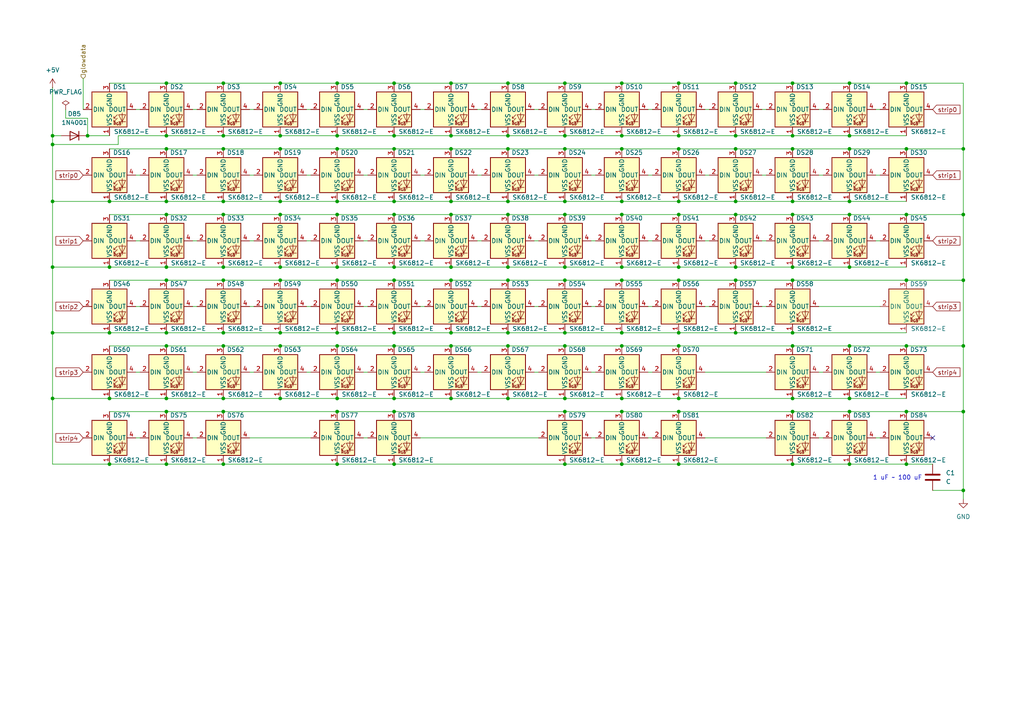
<source format=kicad_sch>
(kicad_sch (version 20231120) (generator "eeschema") (generator_version "8.0")
  (paper "A4")
  (junction (at 130.81 39.37))
  (junction (at 147.32 39.37))
  (junction (at 180.34 39.37))
  (junction (at 81.28 115.57))
  (junction (at 213.36 77.47))
  (junction (at 31.75 77.47))
  (junction (at 97.79 43.18))
  (junction (at 97.79 119.38))
  (junction (at 81.28 81.28))
  (junction (at 163.83 39.37))
  (junction (at 64.77 24.13))
  (junction (at 196.85 81.28))
  (junction (at 130.81 96.52))
  (junction (at 48.26 62.23))
  (junction (at 180.34 100.33))
  (junction (at 213.36 43.18))
  (junction (at 163.83 100.33))
  (junction (at 262.89 119.38))
  (junction (at 64.77 81.28))
  (junction (at 25.4 39.37))
  (junction (at 163.83 81.28))
  (junction (at 130.81 115.57))
  (junction (at 114.3 77.47))
  (junction (at 31.75 58.42))
  (junction (at 213.36 24.13))
  (junction (at 15.24 41.91))
  (junction (at 229.87 62.23))
  (junction (at 147.32 43.18))
  (junction (at 262.89 43.18))
  (junction (at 262.89 100.33))
  (junction (at 114.3 62.23))
  (junction (at 64.77 115.57))
  (junction (at 114.3 58.42))
  (junction (at 180.34 119.38))
  (junction (at 246.38 43.18))
  (junction (at 229.87 134.62))
  (junction (at 64.77 62.23))
  (junction (at 213.36 39.37))
  (junction (at 262.89 81.28))
  (junction (at 97.79 62.23))
  (junction (at 64.77 39.37))
  (junction (at 48.26 81.28))
  (junction (at 196.85 58.42))
  (junction (at 64.77 43.18))
  (junction (at 246.38 119.38))
  (junction (at 147.32 115.57))
  (junction (at 48.26 43.18))
  (junction (at 97.79 134.62))
  (junction (at 31.75 134.62))
  (junction (at 246.38 100.33))
  (junction (at 196.85 43.18))
  (junction (at 130.81 100.33))
  (junction (at 114.3 134.62))
  (junction (at 262.89 62.23))
  (junction (at 262.89 134.62))
  (junction (at 130.81 77.47))
  (junction (at 15.24 96.52))
  (junction (at 196.85 119.38))
  (junction (at 147.32 100.33))
  (junction (at 81.28 100.33))
  (junction (at 163.83 58.42))
  (junction (at 114.3 100.33))
  (junction (at 246.38 58.42))
  (junction (at 130.81 43.18))
  (junction (at 97.79 100.33))
  (junction (at 229.87 39.37))
  (junction (at 163.83 43.18))
  (junction (at 180.34 81.28))
  (junction (at 180.34 24.13))
  (junction (at 229.87 77.47))
  (junction (at 163.83 24.13))
  (junction (at 48.26 24.13))
  (junction (at 229.87 115.57))
  (junction (at 196.85 62.23))
  (junction (at 213.36 62.23))
  (junction (at 81.28 43.18))
  (junction (at 163.83 62.23))
  (junction (at 114.3 24.13))
  (junction (at 279.4 119.38))
  (junction (at 48.26 77.47))
  (junction (at 64.77 100.33))
  (junction (at 31.75 115.57))
  (junction (at 262.89 24.13))
  (junction (at 180.34 62.23))
  (junction (at 97.79 58.42))
  (junction (at 246.38 115.57))
  (junction (at 196.85 96.52))
  (junction (at 279.4 43.18))
  (junction (at 180.34 58.42))
  (junction (at 229.87 24.13))
  (junction (at 48.26 100.33))
  (junction (at 81.28 96.52))
  (junction (at 81.28 39.37))
  (junction (at 229.87 119.38))
  (junction (at 147.32 96.52))
  (junction (at 97.79 81.28))
  (junction (at 180.34 115.57))
  (junction (at 114.3 119.38))
  (junction (at 163.83 77.47))
  (junction (at 147.32 24.13))
  (junction (at 196.85 24.13))
  (junction (at 48.26 119.38))
  (junction (at 64.77 77.47))
  (junction (at 114.3 115.57))
  (junction (at 130.81 58.42))
  (junction (at 15.24 39.37))
  (junction (at 147.32 81.28))
  (junction (at 147.32 77.47))
  (junction (at 196.85 100.33))
  (junction (at 48.26 39.37))
  (junction (at 81.28 24.13))
  (junction (at 180.34 43.18))
  (junction (at 279.4 100.33))
  (junction (at 279.4 81.28))
  (junction (at 229.87 81.28))
  (junction (at 163.83 119.38))
  (junction (at 246.38 39.37))
  (junction (at 279.4 142.24))
  (junction (at 64.77 96.52))
  (junction (at 229.87 43.18))
  (junction (at 81.28 58.42))
  (junction (at 130.81 24.13))
  (junction (at 97.79 39.37))
  (junction (at 279.4 62.23))
  (junction (at 213.36 81.28))
  (junction (at 180.34 134.62))
  (junction (at 114.3 43.18))
  (junction (at 48.26 134.62))
  (junction (at 163.83 115.57))
  (junction (at 48.26 115.57))
  (junction (at 81.28 62.23))
  (junction (at 196.85 134.62))
  (junction (at 114.3 81.28))
  (junction (at 97.79 115.57))
  (junction (at 163.83 96.52))
  (junction (at 196.85 77.47))
  (junction (at 147.32 58.42))
  (junction (at 180.34 96.52))
  (junction (at 15.24 58.42))
  (junction (at 246.38 77.47))
  (junction (at 213.36 58.42))
  (junction (at 64.77 134.62))
  (junction (at 130.81 62.23))
  (junction (at 147.32 62.23))
  (junction (at 15.24 77.47))
  (junction (at 15.24 115.57))
  (junction (at 130.81 81.28))
  (junction (at 196.85 39.37))
  (junction (at 229.87 58.42))
  (junction (at 97.79 24.13))
  (junction (at 64.77 58.42))
  (junction (at 196.85 115.57))
  (junction (at 48.26 58.42))
  (junction (at 163.83 134.62))
  (junction (at 97.79 96.52))
  (junction (at 180.34 77.47))
  (junction (at 48.26 96.52))
  (junction (at 114.3 96.52))
  (junction (at 246.38 134.62))
  (junction (at 213.36 96.52))
  (junction (at 81.28 77.47))
  (junction (at 97.79 77.47))
  (junction (at 246.38 62.23))
  (junction (at 114.3 39.37))
  (junction (at 31.75 96.52))
  (junction (at 229.87 100.33))
  (junction (at 246.38 24.13))
  (junction (at 229.87 96.52))
  (junction (at 64.77 119.38))
  (no_connect (at 270.51 127))
  (wire (pts (xy 39.37 107.95) (xy 40.64 107.95)))
  (wire (pts (xy 262.89 134.62) (xy 270.51 134.62)))
  (wire (pts (xy 72.39 107.95) (xy 73.66 107.95)))
  (wire (pts (xy 229.87 43.18) (xy 246.38 43.18)))
  (wire (pts (xy 237.49 69.85) (xy 238.76 69.85)))
  (wire (pts (xy 15.24 41.91) (xy 15.24 58.42)))
  (wire (pts (xy 39.37 88.9) (xy 40.64 88.9)))
  (wire (pts (xy 81.28 39.37) (xy 97.79 39.37)))
  (wire (pts (xy 154.94 88.9) (xy 156.21 88.9)))
  (wire (pts (xy 64.77 96.52) (xy 81.28 96.52)))
  (wire (pts (xy 55.88 69.85) (xy 57.15 69.85)))
  (wire (pts (xy 114.3 119.38) (xy 163.83 119.38)))
  (wire (pts (xy 213.36 39.37) (xy 229.87 39.37)))
  (wire (pts (xy 196.85 43.18) (xy 213.36 43.18)))
  (wire (pts (xy 187.96 50.8) (xy 189.23 50.8)))
  (wire (pts (xy 97.79 119.38) (xy 114.3 119.38)))
  (wire (pts (xy 180.34 96.52) (xy 196.85 96.52)))
  (wire (pts (xy 105.41 50.8) (xy 106.68 50.8)))
  (wire (pts (xy 163.83 134.62) (xy 180.34 134.62)))
  (wire (pts (xy 204.47 127) (xy 222.25 127)))
  (wire (pts (xy 147.32 81.28) (xy 163.83 81.28)))
  (wire (pts (xy 88.9 31.75) (xy 90.17 31.75)))
  (wire (pts (xy 213.36 62.23) (xy 229.87 62.23)))
  (wire (pts (xy 254 50.8) (xy 255.27 50.8)))
  (wire (pts (xy 97.79 24.13) (xy 114.3 24.13)))
  (wire (pts (xy 196.85 62.23) (xy 213.36 62.23)))
  (wire (pts (xy 196.85 115.57) (xy 229.87 115.57)))
  (wire (pts (xy 187.96 107.95) (xy 189.23 107.95)))
  (wire (pts (xy 114.3 43.18) (xy 130.81 43.18)))
  (wire (pts (xy 64.77 134.62) (xy 97.79 134.62)))
  (wire (pts (xy 55.88 127) (xy 57.15 127)))
  (wire (pts (xy 196.85 24.13) (xy 213.36 24.13)))
  (wire (pts (xy 196.85 96.52) (xy 213.36 96.52)))
  (wire (pts (xy 31.75 134.62) (xy 48.26 134.62)))
  (wire (pts (xy 163.83 77.47) (xy 180.34 77.47)))
  (wire (pts (xy 130.81 77.47) (xy 147.32 77.47)))
  (wire (pts (xy 246.38 100.33) (xy 262.89 100.33)))
  (wire (pts (xy 97.79 115.57) (xy 114.3 115.57)))
  (wire (pts (xy 180.34 39.37) (xy 196.85 39.37)))
  (wire (pts (xy 171.45 107.95) (xy 172.72 107.95)))
  (wire (pts (xy 64.77 39.37) (xy 81.28 39.37)))
  (wire (pts (xy 130.81 43.18) (xy 147.32 43.18)))
  (wire (pts (xy 163.83 100.33) (xy 180.34 100.33)))
  (wire (pts (xy 154.94 69.85) (xy 156.21 69.85)))
  (wire (pts (xy 279.4 144.78) (xy 279.4 142.24)))
  (wire (pts (xy 187.96 31.75) (xy 189.23 31.75)))
  (wire (pts (xy 254 127) (xy 255.27 127)))
  (wire (pts (xy 130.81 96.52) (xy 147.32 96.52)))
  (wire (pts (xy 229.87 39.37) (xy 246.38 39.37)))
  (wire (pts (xy 180.34 81.28) (xy 196.85 81.28)))
  (wire (pts (xy 130.81 115.57) (xy 147.32 115.57)))
  (wire (pts (xy 154.94 107.95) (xy 156.21 107.95)))
  (wire (pts (xy 213.36 43.18) (xy 229.87 43.18)))
  (wire (pts (xy 180.34 119.38) (xy 196.85 119.38)))
  (wire (pts (xy 171.45 127) (xy 172.72 127)))
  (wire (pts (xy 204.47 88.9) (xy 205.74 88.9)))
  (wire (pts (xy 130.81 62.23) (xy 147.32 62.23)))
  (wire (pts (xy 97.79 58.42) (xy 114.3 58.42)))
  (wire (pts (xy 97.79 62.23) (xy 114.3 62.23)))
  (wire (pts (xy 31.75 62.23) (xy 48.26 62.23)))
  (wire (pts (xy 31.75 77.47) (xy 48.26 77.47)))
  (wire (pts (xy 97.79 96.52) (xy 114.3 96.52)))
  (wire (pts (xy 114.3 62.23) (xy 130.81 62.23)))
  (wire (pts (xy 229.87 134.62) (xy 246.38 134.62)))
  (wire (pts (xy 81.28 115.57) (xy 97.79 115.57)))
  (wire (pts (xy 48.26 134.62) (xy 64.77 134.62)))
  (wire (pts (xy 48.26 39.37) (xy 64.77 39.37)))
  (wire (pts (xy 213.36 77.47) (xy 229.87 77.47)))
  (wire (pts (xy 204.47 107.95) (xy 222.25 107.95)))
  (wire (pts (xy 187.96 127) (xy 189.23 127)))
  (wire (pts (xy 15.24 134.62) (xy 31.75 134.62)))
  (wire (pts (xy 220.98 69.85) (xy 222.25 69.85)))
  (wire (pts (xy 237.49 88.9) (xy 255.27 88.9)))
  (wire (pts (xy 130.81 81.28) (xy 147.32 81.28)))
  (wire (pts (xy 279.4 142.24) (xy 279.4 119.38)))
  (wire (pts (xy 97.79 43.18) (xy 114.3 43.18)))
  (wire (pts (xy 270.51 142.24) (xy 279.4 142.24)))
  (wire (pts (xy 114.3 39.37) (xy 130.81 39.37)))
  (wire (pts (xy 39.37 31.75) (xy 40.64 31.75)))
  (wire (pts (xy 15.24 58.42) (xy 15.24 77.47)))
  (wire (pts (xy 88.9 69.85) (xy 90.17 69.85)))
  (wire (pts (xy 31.75 81.28) (xy 48.26 81.28)))
  (wire (pts (xy 254 69.85) (xy 255.27 69.85)))
  (wire (pts (xy 34.29 39.37) (xy 34.29 41.91)))
  (wire (pts (xy 15.24 96.52) (xy 15.24 115.57)))
  (wire (pts (xy 171.45 69.85) (xy 172.72 69.85)))
  (wire (pts (xy 48.26 24.13) (xy 64.77 24.13)))
  (wire (pts (xy 48.26 100.33) (xy 64.77 100.33)))
  (wire (pts (xy 180.34 58.42) (xy 196.85 58.42)))
  (wire (pts (xy 64.77 62.23) (xy 81.28 62.23)))
  (wire (pts (xy 237.49 107.95) (xy 238.76 107.95)))
  (wire (pts (xy 279.4 100.33) (xy 279.4 81.28)))
  (wire (pts (xy 15.24 39.37) (xy 15.24 41.91)))
  (wire (pts (xy 39.37 69.85) (xy 40.64 69.85)))
  (wire (pts (xy 64.77 58.42) (xy 81.28 58.42)))
  (wire (pts (xy 229.87 115.57) (xy 246.38 115.57)))
  (wire (pts (xy 246.38 58.42) (xy 262.89 58.42)))
  (wire (pts (xy 72.39 69.85) (xy 73.66 69.85)))
  (wire (pts (xy 105.41 127) (xy 106.68 127)))
  (wire (pts (xy 196.85 58.42) (xy 213.36 58.42)))
  (wire (pts (xy 97.79 81.28) (xy 114.3 81.28)))
  (wire (pts (xy 81.28 58.42) (xy 97.79 58.42)))
  (wire (pts (xy 229.87 24.13) (xy 246.38 24.13)))
  (wire (pts (xy 114.3 100.33) (xy 130.81 100.33)))
  (wire (pts (xy 55.88 50.8) (xy 57.15 50.8)))
  (wire (pts (xy 262.89 100.33) (xy 279.4 100.33)))
  (wire (pts (xy 196.85 39.37) (xy 213.36 39.37)))
  (wire (pts (xy 31.75 43.18) (xy 48.26 43.18)))
  (wire (pts (xy 25.4 39.37) (xy 31.75 39.37)))
  (wire (pts (xy 48.26 58.42) (xy 64.77 58.42)))
  (wire (pts (xy 163.83 96.52) (xy 180.34 96.52)))
  (wire (pts (xy 121.92 31.75) (xy 123.19 31.75)))
  (wire (pts (xy 279.4 119.38) (xy 279.4 100.33)))
  (wire (pts (xy 64.77 81.28) (xy 81.28 81.28)))
  (wire (pts (xy 220.98 88.9) (xy 222.25 88.9)))
  (wire (pts (xy 48.26 43.18) (xy 64.77 43.18)))
  (wire (pts (xy 138.43 107.95) (xy 139.7 107.95)))
  (wire (pts (xy 121.92 69.85) (xy 123.19 69.85)))
  (wire (pts (xy 163.83 43.18) (xy 180.34 43.18)))
  (wire (pts (xy 114.3 81.28) (xy 130.81 81.28)))
  (wire (pts (xy 163.83 24.13) (xy 180.34 24.13)))
  (wire (pts (xy 15.24 39.37) (xy 17.78 39.37)))
  (wire (pts (xy 88.9 88.9) (xy 90.17 88.9)))
  (wire (pts (xy 114.3 115.57) (xy 130.81 115.57)))
  (wire (pts (xy 138.43 31.75) (xy 139.7 31.75)))
  (wire (pts (xy 171.45 31.75) (xy 172.72 31.75)))
  (wire (pts (xy 81.28 43.18) (xy 97.79 43.18)))
  (wire (pts (xy 114.3 96.52) (xy 130.81 96.52)))
  (wire (pts (xy 48.26 96.52) (xy 64.77 96.52)))
  (wire (pts (xy 48.26 119.38) (xy 64.77 119.38)))
  (wire (pts (xy 187.96 69.85) (xy 189.23 69.85)))
  (wire (pts (xy 213.36 81.28) (xy 229.87 81.28)))
  (wire (pts (xy 15.24 115.57) (xy 31.75 115.57)))
  (wire (pts (xy 105.41 88.9) (xy 106.68 88.9)))
  (wire (pts (xy 138.43 88.9) (xy 139.7 88.9)))
  (wire (pts (xy 204.47 50.8) (xy 205.74 50.8)))
  (wire (pts (xy 105.41 107.95) (xy 106.68 107.95)))
  (wire (pts (xy 64.77 24.13) (xy 81.28 24.13)))
  (wire (pts (xy 229.87 119.38) (xy 246.38 119.38)))
  (wire (pts (xy 180.34 115.57) (xy 196.85 115.57)))
  (wire (pts (xy 15.24 25.4) (xy 15.24 39.37)))
  (wire (pts (xy 262.89 62.23) (xy 279.4 62.23)))
  (wire (pts (xy 220.98 50.8) (xy 222.25 50.8)))
  (wire (pts (xy 114.3 134.62) (xy 163.83 134.62)))
  (wire (pts (xy 246.38 24.13) (xy 262.89 24.13)))
  (wire (pts (xy 246.38 39.37) (xy 262.89 39.37)))
  (wire (pts (xy 39.37 50.8) (xy 40.64 50.8)))
  (wire (pts (xy 213.36 58.42) (xy 229.87 58.42)))
  (wire (pts (xy 81.28 77.47) (xy 97.79 77.47)))
  (wire (pts (xy 31.75 58.42) (xy 48.26 58.42)))
  (wire (pts (xy 163.83 119.38) (xy 180.34 119.38)))
  (wire (pts (xy 130.81 100.33) (xy 147.32 100.33)))
  (wire (pts (xy 147.32 24.13) (xy 163.83 24.13)))
  (wire (pts (xy 114.3 24.13) (xy 130.81 24.13)))
  (wire (pts (xy 279.4 43.18) (xy 279.4 24.13)))
  (wire (pts (xy 19.05 31.75) (xy 19.05 34.29)))
  (wire (pts (xy 229.87 100.33) (xy 246.38 100.33)))
  (wire (pts (xy 81.28 81.28) (xy 97.79 81.28)))
  (wire (pts (xy 72.39 50.8) (xy 73.66 50.8)))
  (wire (pts (xy 246.38 115.57) (xy 262.89 115.57)))
  (wire (pts (xy 72.39 31.75) (xy 73.66 31.75)))
  (wire (pts (xy 196.85 119.38) (xy 229.87 119.38)))
  (wire (pts (xy 237.49 31.75) (xy 238.76 31.75)))
  (wire (pts (xy 262.89 43.18) (xy 279.4 43.18)))
  (wire (pts (xy 105.41 69.85) (xy 106.68 69.85)))
  (wire (pts (xy 105.41 31.75) (xy 106.68 31.75)))
  (wire (pts (xy 81.28 100.33) (xy 97.79 100.33)))
  (wire (pts (xy 15.24 58.42) (xy 31.75 58.42)))
  (wire (pts (xy 213.36 96.52) (xy 229.87 96.52)))
  (wire (pts (xy 121.92 127) (xy 156.21 127)))
  (wire (pts (xy 246.38 119.38) (xy 262.89 119.38)))
  (wire (pts (xy 147.32 62.23) (xy 163.83 62.23)))
  (wire (pts (xy 64.77 115.57) (xy 81.28 115.57)))
  (wire (pts (xy 97.79 77.47) (xy 114.3 77.47)))
  (wire (pts (xy 180.34 24.13) (xy 196.85 24.13)))
  (wire (pts (xy 88.9 50.8) (xy 90.17 50.8)))
  (wire (pts (xy 31.75 96.52) (xy 48.26 96.52)))
  (wire (pts (xy 39.37 127) (xy 40.64 127)))
  (wire (pts (xy 196.85 81.28) (xy 213.36 81.28)))
  (wire (pts (xy 130.81 24.13) (xy 147.32 24.13)))
  (wire (pts (xy 64.77 43.18) (xy 81.28 43.18)))
  (wire (pts (xy 130.81 58.42) (xy 147.32 58.42)))
  (wire (pts (xy 19.05 34.29) (xy 25.4 34.29)))
  (wire (pts (xy 187.96 88.9) (xy 189.23 88.9)))
  (wire (pts (xy 34.29 39.37) (xy 48.26 39.37)))
  (wire (pts (xy 55.88 88.9) (xy 57.15 88.9)))
  (wire (pts (xy 180.34 77.47) (xy 196.85 77.47)))
  (wire (pts (xy 163.83 115.57) (xy 180.34 115.57)))
  (wire (pts (xy 262.89 119.38) (xy 279.4 119.38)))
  (wire (pts (xy 237.49 127) (xy 238.76 127)))
  (wire (pts (xy 81.28 96.52) (xy 97.79 96.52)))
  (wire (pts (xy 24.13 22.86) (xy 24.13 31.75)))
  (wire (pts (xy 121.92 88.9) (xy 123.19 88.9)))
  (wire (pts (xy 81.28 62.23) (xy 97.79 62.23)))
  (wire (pts (xy 64.77 119.38) (xy 97.79 119.38)))
  (wire (pts (xy 154.94 31.75) (xy 156.21 31.75)))
  (wire (pts (xy 72.39 88.9) (xy 73.66 88.9)))
  (wire (pts (xy 97.79 100.33) (xy 114.3 100.33)))
  (wire (pts (xy 171.45 50.8) (xy 172.72 50.8)))
  (wire (pts (xy 55.88 31.75) (xy 57.15 31.75)))
  (wire (pts (xy 246.38 134.62) (xy 262.89 134.62)))
  (wire (pts (xy 147.32 58.42) (xy 163.83 58.42)))
  (wire (pts (xy 97.79 39.37) (xy 114.3 39.37)))
  (wire (pts (xy 246.38 43.18) (xy 262.89 43.18)))
  (wire (pts (xy 180.34 100.33) (xy 196.85 100.33)))
  (wire (pts (xy 279.4 81.28) (xy 279.4 62.23)))
  (wire (pts (xy 55.88 107.95) (xy 57.15 107.95)))
  (wire (pts (xy 64.77 100.33) (xy 81.28 100.33)))
  (wire (pts (xy 229.87 81.28) (xy 262.89 81.28)))
  (wire (pts (xy 262.89 24.13) (xy 279.4 24.13)))
  (wire (pts (xy 196.85 134.62) (xy 229.87 134.62)))
  (wire (pts (xy 114.3 77.47) (xy 130.81 77.47)))
  (wire (pts (xy 130.81 39.37) (xy 147.32 39.37)))
  (wire (pts (xy 237.49 50.8) (xy 238.76 50.8)))
  (wire (pts (xy 204.47 69.85) (xy 205.74 69.85)))
  (wire (pts (xy 31.75 24.13) (xy 48.26 24.13)))
  (wire (pts (xy 147.32 96.52) (xy 163.83 96.52)))
  (wire (pts (xy 163.83 39.37) (xy 180.34 39.37)))
  (wire (pts (xy 246.38 62.23) (xy 262.89 62.23)))
  (wire (pts (xy 15.24 77.47) (xy 15.24 96.52)))
  (wire (pts (xy 220.98 31.75) (xy 222.25 31.75)))
  (wire (pts (xy 72.39 127) (xy 90.17 127)))
  (wire (pts (xy 163.83 62.23) (xy 180.34 62.23)))
  (wire (pts (xy 147.32 43.18) (xy 163.83 43.18)))
  (wire (pts (xy 163.83 58.42) (xy 180.34 58.42)))
  (wire (pts (xy 180.34 43.18) (xy 196.85 43.18)))
  (wire (pts (xy 138.43 69.85) (xy 139.7 69.85)))
  (wire (pts (xy 196.85 100.33) (xy 229.87 100.33)))
  (wire (pts (xy 31.75 100.33) (xy 48.26 100.33)))
  (wire (pts (xy 97.79 134.62) (xy 114.3 134.62)))
  (wire (pts (xy 163.83 81.28) (xy 180.34 81.28)))
  (wire (pts (xy 279.4 62.23) (xy 279.4 43.18)))
  (wire (pts (xy 196.85 77.47) (xy 213.36 77.47)))
  (wire (pts (xy 48.26 81.28) (xy 64.77 81.28)))
  (wire (pts (xy 138.43 50.8) (xy 139.7 50.8)))
  (wire (pts (xy 31.75 115.57) (xy 48.26 115.57)))
  (wire (pts (xy 48.26 62.23) (xy 64.77 62.23)))
  (wire (pts (xy 64.77 77.47) (xy 81.28 77.47)))
  (wire (pts (xy 171.45 88.9) (xy 172.72 88.9)))
  (wire (pts (xy 180.34 134.62) (xy 196.85 134.62)))
  (wire (pts (xy 15.24 41.91) (xy 34.29 41.91)))
  (wire (pts (xy 81.28 24.13) (xy 97.79 24.13)))
  (wire (pts (xy 15.24 115.57) (xy 15.24 134.62)))
  (wire (pts (xy 154.94 50.8) (xy 156.21 50.8)))
  (wire (pts (xy 88.9 107.95) (xy 90.17 107.95)))
  (wire (pts (xy 147.32 100.33) (xy 163.83 100.33)))
  (wire (pts (xy 25.4 34.29) (xy 25.4 39.37)))
  (wire (pts (xy 229.87 77.47) (xy 246.38 77.47)))
  (wire (pts (xy 48.26 77.47) (xy 64.77 77.47)))
  (wire (pts (xy 147.32 39.37) (xy 163.83 39.37)))
  (wire (pts (xy 48.26 115.57) (xy 64.77 115.57)))
  (wire (pts (xy 246.38 77.47) (xy 262.89 77.47)))
  (wire (pts (xy 180.34 62.23) (xy 196.85 62.23)))
  (wire (pts (xy 114.3 58.42) (xy 130.81 58.42)))
  (wire (pts (xy 121.92 107.95) (xy 123.19 107.95)))
  (wire (pts (xy 15.24 96.52) (xy 31.75 96.52)))
  (wire (pts (xy 31.75 119.38) (xy 48.26 119.38)))
  (wire (pts (xy 213.36 24.13) (xy 229.87 24.13)))
  (wire (pts (xy 229.87 96.52) (xy 262.89 96.52)))
  (wire (pts (xy 254 107.95) (xy 255.27 107.95)))
  (wire (pts (xy 147.32 77.47) (xy 163.83 77.47)))
  (wire (pts (xy 121.92 50.8) (xy 123.19 50.8)))
  (wire (pts (xy 229.87 58.42) (xy 246.38 58.42)))
  (wire (pts (xy 147.32 115.57) (xy 163.83 115.57)))
  (wire (pts (xy 15.24 77.47) (xy 31.75 77.47)))
  (wire (pts (xy 204.47 31.75) (xy 205.74 31.75)))
  (wire (pts (xy 262.89 81.28) (xy 279.4 81.28)))
  (wire (pts (xy 229.87 62.23) (xy 246.38 62.23)))
  (wire (pts (xy 254 31.75) (xy 255.27 31.75)))
  (text "1 uF ~ 100 uF" (at 267.462 138.684 0) (effects (font (size 1.27 1.27)) (justify right)))
  (global_label "strip2" (shape input) (at 270.51 69.85 0) (property "Intersheetrefs" "${INTERSHEET_REFS}" (effects (hide yes))))
  (global_label "strip3" (shape input) (at 270.51 88.9 0) (property "Intersheetrefs" "${INTERSHEET_REFS}" (effects (hide yes))))
  (global_label "strip0" (shape input) (at 270.51 31.75 0) (property "Intersheetrefs" "${INTERSHEET_REFS}" (effects (hide yes))))
  (global_label "strip0" (shape input) (at 24.13 50.8 180) (property "Intersheetrefs" "${INTERSHEET_REFS}" (effects (hide yes))))
  (global_label "strip2" (shape input) (at 24.13 88.9 180) (property "Intersheetrefs" "${INTERSHEET_REFS}" (effects (hide yes))))
  (global_label "strip4" (shape input) (at 24.13 127 180) (property "Intersheetrefs" "${INTERSHEET_REFS}" (effects (hide yes))))
  (global_label "strip4" (shape input) (at 270.51 107.95 0) (property "Intersheetrefs" "${INTERSHEET_REFS}" (effects (hide yes))))
  (global_label "strip1" (shape input) (at 270.51 50.8 0) (property "Intersheetrefs" "${INTERSHEET_REFS}" (effects (hide yes))))
  (global_label "strip1" (shape input) (at 24.13 69.85 180) (property "Intersheetrefs" "${INTERSHEET_REFS}" (effects (hide yes))))
  (global_label "strip3" (shape input) (at 24.13 107.95 180) (property "Intersheetrefs" "${INTERSHEET_REFS}" (effects (hide yes))))
  (hierarchical_label "glowdata" (shape input) (at 24.13 22.86 90))
  (symbol (lib_id "keyboard_parts:SK6812-E") (at 114.3 69.85 0) (unit 1)
    (property "Reference" "DS36" (at 115.316 64.008 0) (effects (justify left bottom)))
    (property "Value" "SK6812-E" (at 115.57 75.565 0) (effects (justify left top)))
    (property "Footprint" "keyboard_parts:LED_RGB_SK6812Mini-E" (effects (hide yes)))
    (property "Datasheet" "https://cdn-shop.adafruit.com/product-files/4960/4960_SK6812MINI-E_REV02_EN.pdf" (effects (hide yes)))
    (property "Description" "RGB LED with integrated controller" (effects (hide yes)))
  )
  (symbol (lib_id "keyboard_parts:SK6812-E") (at 246.38 50.8 0) (unit 1)
    (property "Reference" "DS29" (at 247.396 44.958 0) (effects (justify left bottom)))
    (property "Value" "SK6812-E" (at 247.65 56.515 0) (effects (justify left top)))
    (property "Footprint" "keyboard_parts:LED_RGB_SK6812Mini-E" (effects (hide yes)))
    (property "Datasheet" "https://cdn-shop.adafruit.com/product-files/4960/4960_SK6812MINI-E_REV02_EN.pdf" (effects (hide yes)))
    (property "Description" "RGB LED with integrated controller" (effects (hide yes)))
  )
  (symbol (lib_id "keyboard_parts:SK6812-E") (at 48.26 107.95 0) (unit 1)
    (property "Reference" "DS61" (at 49.276 102.108 0) (effects (justify left bottom)))
    (property "Value" "SK6812-E" (at 49.53 113.665 0) (effects (justify left top)))
    (property "Footprint" "keyboard_parts:LED_RGB_SK6812Mini-E" (effects (hide yes)))
    (property "Datasheet" "https://cdn-shop.adafruit.com/product-files/4960/4960_SK6812MINI-E_REV02_EN.pdf" (effects (hide yes)))
    (property "Description" "RGB LED with integrated controller" (effects (hide yes)))
  )
  (symbol (lib_id "keyboard_parts:SK6812-E") (at 31.75 107.95 0) (unit 1)
    (property "Reference" "DS60" (at 32.766 102.108 0) (effects (justify left bottom)))
    (property "Value" "SK6812-E" (at 33.02 113.665 0) (effects (justify left top)))
    (property "Footprint" "keyboard_parts:LED_RGB_SK6812Mini-E" (effects (hide yes)))
    (property "Datasheet" "https://cdn-shop.adafruit.com/product-files/4960/4960_SK6812MINI-E_REV02_EN.pdf" (effects (hide yes)))
    (property "Description" "RGB LED with integrated controller" (effects (hide yes)))
  )
  (symbol (lib_id "keyboard_parts:SK6812-E") (at 196.85 50.8 0) (unit 1)
    (property "Reference" "DS26" (at 197.866 44.958 0) (effects (justify left bottom)))
    (property "Value" "SK6812-E" (at 198.12 56.515 0) (effects (justify left top)))
    (property "Footprint" "keyboard_parts:LED_RGB_SK6812Mini-E" (effects (hide yes)))
    (property "Datasheet" "https://cdn-shop.adafruit.com/product-files/4960/4960_SK6812MINI-E_REV02_EN.pdf" (effects (hide yes)))
    (property "Description" "RGB LED with integrated controller" (effects (hide yes)))
  )
  (symbol (lib_id "Diode:1N4001") (at 21.59 39.37 180) (unit 1)
    (property "Reference" "D85" (at 21.59 33.02 0))
    (property "Value" "1N4001" (at 21.59 35.56 0))
    (property "Footprint" "Diode_THT:D_DO-41_SOD81_P10.16mm_Horizontal" (effects (hide yes)))
    (property "Datasheet" "http://www.vishay.com/docs/88503/1n4001.pdf" (effects (hide yes)))
    (property "Description" "50V 1A General Purpose Rectifier Diode, DO-41" (effects (hide yes)))
    (property "Sim.Device" "D" (effects (hide yes)))
    (property "Sim.Pins" "1=K 2=A" (effects (hide yes)))
  )
  (symbol (lib_id "keyboard_parts:SK6812-E") (at 229.87 88.9 0) (unit 1)
    (property "Reference" "DS58" (at 230.886 83.058 0) (effects (justify left bottom)))
    (property "Value" "SK6812-E" (at 231.14 94.615 0) (effects (justify left top)))
    (property "Footprint" "keyboard_parts:LED_RGB_SK6812Mini-E" (effects (hide yes)))
    (property "Datasheet" "https://cdn-shop.adafruit.com/product-files/4960/4960_SK6812MINI-E_REV02_EN.pdf" (effects (hide yes)))
    (property "Description" "RGB LED with integrated controller" (effects (hide yes)))
  )
  (symbol (lib_id "keyboard_parts:SK6812-E") (at 31.75 127 0) (unit 1)
    (property "Reference" "DS74" (at 32.766 121.158 0) (effects (justify left bottom)))
    (property "Value" "SK6812-E" (at 33.02 132.715 0) (effects (justify left top)))
    (property "Footprint" "keyboard_parts:LED_RGB_SK6812Mini-E" (effects (hide yes)))
    (property "Datasheet" "https://cdn-shop.adafruit.com/product-files/4960/4960_SK6812MINI-E_REV02_EN.pdf" (effects (hide yes)))
    (property "Description" "RGB LED with integrated controller" (effects (hide yes)))
  )
  (symbol (lib_id "keyboard_parts:SK6812-E") (at 130.81 88.9 0) (unit 1)
    (property "Reference" "DS52" (at 131.826 83.058 0) (effects (justify left bottom)))
    (property "Value" "SK6812-E" (at 132.08 94.615 0) (effects (justify left top)))
    (property "Footprint" "keyboard_parts:LED_RGB_SK6812Mini-E" (effects (hide yes)))
    (property "Datasheet" "https://cdn-shop.adafruit.com/product-files/4960/4960_SK6812MINI-E_REV02_EN.pdf" (effects (hide yes)))
    (property "Description" "RGB LED with integrated controller" (effects (hide yes)))
  )
  (symbol (lib_id "keyboard_parts:SK6812-E") (at 262.89 31.75 0) (unit 1)
    (property "Reference" "DS15" (at 263.906 25.908 0) (effects (justify left bottom)))
    (property "Value" "SK6812-E" (at 264.16 37.465 0) (effects (justify left top)))
    (property "Footprint" "keyboard_parts:LED_RGB_SK6812Mini-E" (effects (hide yes)))
    (property "Datasheet" "https://cdn-shop.adafruit.com/product-files/4960/4960_SK6812MINI-E_REV02_EN.pdf" (effects (hide yes)))
    (property "Description" "RGB LED with integrated controller" (effects (hide yes)))
  )
  (symbol (lib_id "keyboard_parts:SK6812-E") (at 262.89 127 0) (unit 1)
    (property "Reference" "DS84" (at 263.906 121.158 0) (effects (justify left bottom)))
    (property "Value" "SK6812-E" (at 264.16 132.715 0) (effects (justify left top)))
    (property "Footprint" "keyboard_parts:LED_RGB_SK6812Mini-E" (effects (hide yes)))
    (property "Datasheet" "https://cdn-shop.adafruit.com/product-files/4960/4960_SK6812MINI-E_REV02_EN.pdf" (effects (hide yes)))
    (property "Description" "RGB LED with integrated controller" (effects (hide yes)))
  )
  (symbol (lib_id "keyboard_parts:SK6812-E") (at 114.3 88.9 0) (unit 1)
    (property "Reference" "DS51" (at 115.316 83.058 0) (effects (justify left bottom)))
    (property "Value" "SK6812-E" (at 115.57 94.615 0) (effects (justify left top)))
    (property "Footprint" "keyboard_parts:LED_RGB_SK6812Mini-E" (effects (hide yes)))
    (property "Datasheet" "https://cdn-shop.adafruit.com/product-files/4960/4960_SK6812MINI-E_REV02_EN.pdf" (effects (hide yes)))
    (property "Description" "RGB LED with integrated controller" (effects (hide yes)))
  )
  (symbol (lib_id "keyboard_parts:SK6812-E") (at 31.75 31.75 0) (unit 1)
    (property "Reference" "DS1" (at 32.766 25.908 0) (effects (justify left bottom)))
    (property "Value" "SK6812-E" (at 33.02 37.465 0) (effects (justify left top)))
    (property "Footprint" "keyboard_parts:LED_RGB_SK6812Mini-E" (effects (hide yes)))
    (property "Datasheet" "https://cdn-shop.adafruit.com/product-files/4960/4960_SK6812MINI-E_REV02_EN.pdf" (effects (hide yes)))
    (property "Description" "RGB LED with integrated controller" (effects (hide yes)))
  )
  (symbol (lib_id "keyboard_parts:SK6812-E") (at 163.83 88.9 0) (unit 1)
    (property "Reference" "DS54" (at 164.846 83.058 0) (effects (justify left bottom)))
    (property "Value" "SK6812-E" (at 165.1 94.615 0) (effects (justify left top)))
    (property "Footprint" "keyboard_parts:LED_RGB_SK6812Mini-E" (effects (hide yes)))
    (property "Datasheet" "https://cdn-shop.adafruit.com/product-files/4960/4960_SK6812MINI-E_REV02_EN.pdf" (effects (hide yes)))
    (property "Description" "RGB LED with integrated controller" (effects (hide yes)))
  )
  (symbol (lib_id "keyboard_parts:SK6812-E") (at 262.89 69.85 0) (unit 1)
    (property "Reference" "DS45" (at 263.906 64.008 0) (effects (justify left bottom)))
    (property "Value" "SK6812-E" (at 264.16 75.565 0) (effects (justify left top)))
    (property "Footprint" "keyboard_parts:LED_RGB_SK6812Mini-E" (effects (hide yes)))
    (property "Datasheet" "https://cdn-shop.adafruit.com/product-files/4960/4960_SK6812MINI-E_REV02_EN.pdf" (effects (hide yes)))
    (property "Description" "RGB LED with integrated controller" (effects (hide yes)))
  )
  (symbol (lib_id "keyboard_parts:SK6812-E") (at 246.38 69.85 0) (unit 1)
    (property "Reference" "DS44" (at 247.396 64.008 0) (effects (justify left bottom)))
    (property "Value" "SK6812-E" (at 247.65 75.565 0) (effects (justify left top)))
    (property "Footprint" "keyboard_parts:LED_RGB_SK6812Mini-E" (effects (hide yes)))
    (property "Datasheet" "https://cdn-shop.adafruit.com/product-files/4960/4960_SK6812MINI-E_REV02_EN.pdf" (effects (hide yes)))
    (property "Description" "RGB LED with integrated controller" (effects (hide yes)))
  )
  (symbol (lib_id "keyboard_parts:SK6812-E") (at 97.79 107.95 0) (unit 1)
    (property "Reference" "DS64" (at 98.806 102.108 0) (effects (justify left bottom)))
    (property "Value" "SK6812-E" (at 99.06 113.665 0) (effects (justify left top)))
    (property "Footprint" "keyboard_parts:LED_RGB_SK6812Mini-E" (effects (hide yes)))
    (property "Datasheet" "https://cdn-shop.adafruit.com/product-files/4960/4960_SK6812MINI-E_REV02_EN.pdf" (effects (hide yes)))
    (property "Description" "RGB LED with integrated controller" (effects (hide yes)))
  )
  (symbol (lib_id "keyboard_parts:SK6812-E") (at 163.83 31.75 0) (unit 1)
    (property "Reference" "DS9" (at 164.846 25.908 0) (effects (justify left bottom)))
    (property "Value" "SK6812-E" (at 165.1 37.465 0) (effects (justify left top)))
    (property "Footprint" "keyboard_parts:LED_RGB_SK6812Mini-E" (effects (hide yes)))
    (property "Datasheet" "https://cdn-shop.adafruit.com/product-files/4960/4960_SK6812MINI-E_REV02_EN.pdf" (effects (hide yes)))
    (property "Description" "RGB LED with integrated controller" (effects (hide yes)))
  )
  (symbol (lib_id "keyboard_parts:SK6812-E") (at 81.28 31.75 0) (unit 1)
    (property "Reference" "DS4" (at 82.296 25.908 0) (effects (justify left bottom)))
    (property "Value" "SK6812-E" (at 82.55 37.465 0) (effects (justify left top)))
    (property "Footprint" "keyboard_parts:LED_RGB_SK6812Mini-E" (effects (hide yes)))
    (property "Datasheet" "https://cdn-shop.adafruit.com/product-files/4960/4960_SK6812MINI-E_REV02_EN.pdf" (effects (hide yes)))
    (property "Description" "RGB LED with integrated controller" (effects (hide yes)))
  )
  (symbol (lib_id "keyboard_parts:SK6812-E") (at 48.26 50.8 0) (unit 1)
    (property "Reference" "DS17" (at 49.276 44.958 0) (effects (justify left bottom)))
    (property "Value" "SK6812-E" (at 49.53 56.515 0) (effects (justify left top)))
    (property "Footprint" "keyboard_parts:LED_RGB_SK6812Mini-E" (effects (hide yes)))
    (property "Datasheet" "https://cdn-shop.adafruit.com/product-files/4960/4960_SK6812MINI-E_REV02_EN.pdf" (effects (hide yes)))
    (property "Description" "RGB LED with integrated controller" (effects (hide yes)))
  )
  (symbol (lib_id "keyboard_parts:SK6812-E") (at 97.79 31.75 0) (unit 1)
    (property "Reference" "DS5" (at 98.806 25.908 0) (effects (justify left bottom)))
    (property "Value" "SK6812-E" (at 99.06 37.465 0) (effects (justify left top)))
    (property "Footprint" "keyboard_parts:LED_RGB_SK6812Mini-E" (effects (hide yes)))
    (property "Datasheet" "https://cdn-shop.adafruit.com/product-files/4960/4960_SK6812MINI-E_REV02_EN.pdf" (effects (hide yes)))
    (property "Description" "RGB LED with integrated controller" (effects (hide yes)))
  )
  (symbol (lib_id "keyboard_parts:SK6812-E") (at 64.77 127 0) (unit 1)
    (property "Reference" "DS76" (at 65.786 121.158 0) (effects (justify left bottom)))
    (property "Value" "SK6812-E" (at 66.04 132.715 0) (effects (justify left top)))
    (property "Footprint" "keyboard_parts:LED_RGB_SK6812Mini-E" (effects (hide yes)))
    (property "Datasheet" "https://cdn-shop.adafruit.com/product-files/4960/4960_SK6812MINI-E_REV02_EN.pdf" (effects (hide yes)))
    (property "Description" "RGB LED with integrated controller" (effects (hide yes)))
  )
  (symbol (lib_id "keyboard_parts:SK6812-E") (at 180.34 69.85 0) (unit 1)
    (property "Reference" "DS40" (at 181.356 64.008 0) (effects (justify left bottom)))
    (property "Value" "SK6812-E" (at 181.61 75.565 0) (effects (justify left top)))
    (property "Footprint" "keyboard_parts:LED_RGB_SK6812Mini-E" (effects (hide yes)))
    (property "Datasheet" "https://cdn-shop.adafruit.com/product-files/4960/4960_SK6812MINI-E_REV02_EN.pdf" (effects (hide yes)))
    (property "Description" "RGB LED with integrated controller" (effects (hide yes)))
  )
  (symbol (lib_id "keyboard_parts:SK6812-E") (at 163.83 127 0) (unit 1)
    (property "Reference" "DS79" (at 164.846 121.158 0) (effects (justify left bottom)))
    (property "Value" "SK6812-E" (at 165.1 132.715 0) (effects (justify left top)))
    (property "Footprint" "keyboard_parts:LED_RGB_SK6812Mini-E" (effects (hide yes)))
    (property "Datasheet" "https://cdn-shop.adafruit.com/product-files/4960/4960_SK6812MINI-E_REV02_EN.pdf" (effects (hide yes)))
    (property "Description" "RGB LED with integrated controller" (effects (hide yes)))
  )
  (symbol (lib_id "keyboard_parts:SK6812-E") (at 229.87 127 0) (unit 1)
    (property "Reference" "DS82" (at 230.886 121.158 0) (effects (justify left bottom)))
    (property "Value" "SK6812-E" (at 231.14 132.715 0) (effects (justify left top)))
    (property "Footprint" "keyboard_parts:LED_RGB_SK6812Mini-E" (effects (hide yes)))
    (property "Datasheet" "https://cdn-shop.adafruit.com/product-files/4960/4960_SK6812MINI-E_REV02_EN.pdf" (effects (hide yes)))
    (property "Description" "RGB LED with integrated controller" (effects (hide yes)))
  )
  (symbol (lib_id "keyboard_parts:SK6812-E") (at 229.87 69.85 0) (unit 1)
    (property "Reference" "DS43" (at 230.886 64.008 0) (effects (justify left bottom)))
    (property "Value" "SK6812-E" (at 231.14 75.565 0) (effects (justify left top)))
    (property "Footprint" "keyboard_parts:LED_RGB_SK6812Mini-E" (effects (hide yes)))
    (property "Datasheet" "https://cdn-shop.adafruit.com/product-files/4960/4960_SK6812MINI-E_REV02_EN.pdf" (effects (hide yes)))
    (property "Description" "RGB LED with integrated controller" (effects (hide yes)))
  )
  (symbol (lib_id "keyboard_parts:SK6812-E") (at 262.89 50.8 0) (unit 1)
    (property "Reference" "DS30" (at 263.906 44.958 0) (effects (justify left bottom)))
    (property "Value" "SK6812-E" (at 264.16 56.515 0) (effects (justify left top)))
    (property "Footprint" "keyboard_parts:LED_RGB_SK6812Mini-E" (effects (hide yes)))
    (property "Datasheet" "https://cdn-shop.adafruit.com/product-files/4960/4960_SK6812MINI-E_REV02_EN.pdf" (effects (hide yes)))
    (property "Description" "RGB LED with integrated controller" (effects (hide yes)))
  )
  (symbol (lib_id "keyboard_parts:SK6812-E") (at 130.81 50.8 0) (unit 1)
    (property "Reference" "DS22" (at 131.826 44.958 0) (effects (justify left bottom)))
    (property "Value" "SK6812-E" (at 132.08 56.515 0) (effects (justify left top)))
    (property "Footprint" "keyboard_parts:LED_RGB_SK6812Mini-E" (effects (hide yes)))
    (property "Datasheet" "https://cdn-shop.adafruit.com/product-files/4960/4960_SK6812MINI-E_REV02_EN.pdf" (effects (hide yes)))
    (property "Description" "RGB LED with integrated controller" (effects (hide yes)))
  )
  (symbol (lib_id "keyboard_parts:SK6812-E") (at 196.85 69.85 0) (unit 1)
    (property "Reference" "DS41" (at 197.866 64.008 0) (effects (justify left bottom)))
    (property "Value" "SK6812-E" (at 198.12 75.565 0) (effects (justify left top)))
    (property "Footprint" "keyboard_parts:LED_RGB_SK6812Mini-E" (effects (hide yes)))
    (property "Datasheet" "https://cdn-shop.adafruit.com/product-files/4960/4960_SK6812MINI-E_REV02_EN.pdf" (effects (hide yes)))
    (property "Description" "RGB LED with integrated controller" (effects (hide yes)))
  )
  (symbol (lib_id "keyboard_parts:SK6812-E") (at 64.77 107.95 0) (unit 1)
    (property "Reference" "DS62" (at 65.786 102.108 0) (effects (justify left bottom)))
    (property "Value" "SK6812-E" (at 66.04 113.665 0) (effects (justify left top)))
    (property "Footprint" "keyboard_parts:LED_RGB_SK6812Mini-E" (effects (hide yes)))
    (property "Datasheet" "https://cdn-shop.adafruit.com/product-files/4960/4960_SK6812MINI-E_REV02_EN.pdf" (effects (hide yes)))
    (property "Description" "RGB LED with integrated controller" (effects (hide yes)))
  )
  (symbol (lib_id "keyboard_parts:SK6812-E") (at 81.28 88.9 0) (unit 1)
    (property "Reference" "DS49" (at 82.296 83.058 0) (effects (justify left bottom)))
    (property "Value" "SK6812-E" (at 82.55 94.615 0) (effects (justify left top)))
    (property "Footprint" "keyboard_parts:LED_RGB_SK6812Mini-E" (effects (hide yes)))
    (property "Datasheet" "https://cdn-shop.adafruit.com/product-files/4960/4960_SK6812MINI-E_REV02_EN.pdf" (effects (hide yes)))
    (property "Description" "RGB LED with integrated controller" (effects (hide yes)))
  )
  (symbol (lib_id "Device:C") (at 270.51 138.43 0) (unit 1)
    (property "Reference" "C1" (at 274.32 137.1599 0) (effects (justify left)))
    (property "Value" "C" (at 274.32 139.6999 0) (effects (justify left)))
    (property "Footprint" "Capacitor_SMD:C_1206_3216Metric_Pad1.33x1.80mm_HandSolder" (effects (hide yes)))
    (property "Description" "Unpolarized capacitor" (effects (hide yes)))
  )
  (symbol (lib_id "keyboard_parts:SK6812-E") (at 262.89 107.95 0) (unit 1)
    (property "Reference" "DS73" (at 263.906 102.108 0) (effects (justify left bottom)))
    (property "Value" "SK6812-E" (at 264.16 113.665 0) (effects (justify left top)))
    (property "Footprint" "keyboard_parts:LED_RGB_SK6812Mini-E" (effects (hide yes)))
    (property "Datasheet" "https://cdn-shop.adafruit.com/product-files/4960/4960_SK6812MINI-E_REV02_EN.pdf" (effects (hide yes)))
    (property "Description" "RGB LED with integrated controller" (effects (hide yes)))
  )
  (symbol (lib_id "keyboard_parts:SK6812-E") (at 246.38 31.75 0) (unit 1)
    (property "Reference" "DS14" (at 247.396 25.908 0) (effects (justify left bottom)))
    (property "Value" "SK6812-E" (at 247.65 37.465 0) (effects (justify left top)))
    (property "Footprint" "keyboard_parts:LED_RGB_SK6812Mini-E" (effects (hide yes)))
    (property "Datasheet" "https://cdn-shop.adafruit.com/product-files/4960/4960_SK6812MINI-E_REV02_EN.pdf" (effects (hide yes)))
    (property "Description" "RGB LED with integrated controller" (effects (hide yes)))
  )
  (symbol (lib_id "keyboard_parts:SK6812-E") (at 229.87 50.8 0) (unit 1)
    (property "Reference" "DS28" (at 230.886 44.958 0) (effects (justify left bottom)))
    (property "Value" "SK6812-E" (at 231.14 56.515 0) (effects (justify left top)))
    (property "Footprint" "keyboard_parts:LED_RGB_SK6812Mini-E" (effects (hide yes)))
    (property "Datasheet" "https://cdn-shop.adafruit.com/product-files/4960/4960_SK6812MINI-E_REV02_EN.pdf" (effects (hide yes)))
    (property "Description" "RGB LED with integrated controller" (effects (hide yes)))
  )
  (symbol (lib_id "keyboard_parts:SK6812-E") (at 163.83 69.85 0) (unit 1)
    (property "Reference" "DS39" (at 164.846 64.008 0) (effects (justify left bottom)))
    (property "Value" "SK6812-E" (at 165.1 75.565 0) (effects (justify left top)))
    (property "Footprint" "keyboard_parts:LED_RGB_SK6812Mini-E" (effects (hide yes)))
    (property "Datasheet" "https://cdn-shop.adafruit.com/product-files/4960/4960_SK6812MINI-E_REV02_EN.pdf" (effects (hide yes)))
    (property "Description" "RGB LED with integrated controller" (effects (hide yes)))
  )
  (symbol (lib_id "power:GND") (at 279.4 144.78 0) (unit 1)
    (property "Reference" "#PWR010" (effects (hide yes)))
    (property "Value" "GND" (at 279.4 149.86 0))
    (property "Description" "Power symbol creates a global label with name \"GND\" , ground" (effects (hide yes)))
  )
  (symbol (lib_id "keyboard_parts:SK6812-E") (at 213.36 31.75 0) (unit 1)
    (property "Reference" "DS12" (at 214.376 25.908 0) (effects (justify left bottom)))
    (property "Value" "SK6812-E" (at 214.63 37.465 0) (effects (justify left top)))
    (property "Footprint" "keyboard_parts:LED_RGB_SK6812Mini-E" (effects (hide yes)))
    (property "Datasheet" "https://cdn-shop.adafruit.com/product-files/4960/4960_SK6812MINI-E_REV02_EN.pdf" (effects (hide yes)))
    (property "Description" "RGB LED with integrated controller" (effects (hide yes)))
  )
  (symbol (lib_id "keyboard_parts:SK6812-E") (at 114.3 50.8 0) (unit 1)
    (property "Reference" "DS21" (at 115.316 44.958 0) (effects (justify left bottom)))
    (property "Value" "SK6812-E" (at 115.57 56.515 0) (effects (justify left top)))
    (property "Footprint" "keyboard_parts:LED_RGB_SK6812Mini-E" (effects (hide yes)))
    (property "Datasheet" "https://cdn-shop.adafruit.com/product-files/4960/4960_SK6812MINI-E_REV02_EN.pdf" (effects (hide yes)))
    (property "Description" "RGB LED with integrated controller" (effects (hide yes)))
  )
  (symbol (lib_id "keyboard_parts:SK6812-E") (at 180.34 31.75 0) (unit 1)
    (property "Reference" "DS10" (at 181.356 25.908 0) (effects (justify left bottom)))
    (property "Value" "SK6812-E" (at 181.61 37.465 0) (effects (justify left top)))
    (property "Footprint" "keyboard_parts:LED_RGB_SK6812Mini-E" (effects (hide yes)))
    (property "Datasheet" "https://cdn-shop.adafruit.com/product-files/4960/4960_SK6812MINI-E_REV02_EN.pdf" (effects (hide yes)))
    (property "Description" "RGB LED with integrated controller" (effects (hide yes)))
  )
  (symbol (lib_id "keyboard_parts:SK6812-E") (at 81.28 50.8 0) (unit 1)
    (property "Reference" "DS19" (at 82.296 44.958 0) (effects (justify left bottom)))
    (property "Value" "SK6812-E" (at 82.55 56.515 0) (effects (justify left top)))
    (property "Footprint" "keyboard_parts:LED_RGB_SK6812Mini-E" (effects (hide yes)))
    (property "Datasheet" "https://cdn-shop.adafruit.com/product-files/4960/4960_SK6812MINI-E_REV02_EN.pdf" (effects (hide yes)))
    (property "Description" "RGB LED with integrated controller" (effects (hide yes)))
  )
  (symbol (lib_id "keyboard_parts:SK6812-E") (at 64.77 69.85 0) (unit 1)
    (property "Reference" "DS33" (at 65.786 64.008 0) (effects (justify left bottom)))
    (property "Value" "SK6812-E" (at 66.04 75.565 0) (effects (justify left top)))
    (property "Footprint" "keyboard_parts:LED_RGB_SK6812Mini-E" (effects (hide yes)))
    (property "Datasheet" "https://cdn-shop.adafruit.com/product-files/4960/4960_SK6812MINI-E_REV02_EN.pdf" (effects (hide yes)))
    (property "Description" "RGB LED with integrated controller" (effects (hide yes)))
  )
  (symbol (lib_id "keyboard_parts:SK6812-E") (at 180.34 127 0) (unit 1)
    (property "Reference" "DS80" (at 181.356 121.158 0) (effects (justify left bottom)))
    (property "Value" "SK6812-E" (at 181.61 132.715 0) (effects (justify left top)))
    (property "Footprint" "keyboard_parts:LED_RGB_SK6812Mini-E" (effects (hide yes)))
    (property "Datasheet" "https://cdn-shop.adafruit.com/product-files/4960/4960_SK6812MINI-E_REV02_EN.pdf" (effects (hide yes)))
    (property "Description" "RGB LED with integrated controller" (effects (hide yes)))
  )
  (symbol (lib_id "keyboard_parts:SK6812-E") (at 31.75 69.85 0) (unit 1)
    (property "Reference" "DS31" (at 32.766 64.008 0) (effects (justify left bottom)))
    (property "Value" "SK6812-E" (at 33.02 75.565 0) (effects (justify left top)))
    (property "Footprint" "keyboard_parts:LED_RGB_SK6812Mini-E" (effects (hide yes)))
    (property "Datasheet" "https://cdn-shop.adafruit.com/product-files/4960/4960_SK6812MINI-E_REV02_EN.pdf" (effects (hide yes)))
    (property "Description" "RGB LED with integrated controller" (effects (hide yes)))
  )
  (symbol (lib_id "keyboard_parts:SK6812-E") (at 180.34 107.95 0) (unit 1)
    (property "Reference" "DS69" (at 181.356 102.108 0) (effects (justify left bottom)))
    (property "Value" "SK6812-E" (at 181.61 113.665 0) (effects (justify left top)))
    (property "Footprint" "keyboard_parts:LED_RGB_SK6812Mini-E" (effects (hide yes)))
    (property "Datasheet" "https://cdn-shop.adafruit.com/product-files/4960/4960_SK6812MINI-E_REV02_EN.pdf" (effects (hide yes)))
    (property "Description" "RGB LED with integrated controller" (effects (hide yes)))
  )
  (symbol (lib_id "keyboard_parts:SK6812-E") (at 130.81 107.95 0) (unit 1)
    (property "Reference" "DS66" (at 131.826 102.108 0) (effects (justify left bottom)))
    (property "Value" "SK6812-E" (at 132.08 113.665 0) (effects (justify left top)))
    (property "Footprint" "keyboard_parts:LED_RGB_SK6812Mini-E" (effects (hide yes)))
    (property "Datasheet" "https://cdn-shop.adafruit.com/product-files/4960/4960_SK6812MINI-E_REV02_EN.pdf" (effects (hide yes)))
    (property "Description" "RGB LED with integrated controller" (effects (hide yes)))
  )
  (symbol (lib_id "keyboard_parts:SK6812-E") (at 147.32 107.95 0) (unit 1)
    (property "Reference" "DS67" (at 148.336 102.108 0) (effects (justify left bottom)))
    (property "Value" "SK6812-E" (at 148.59 113.665 0) (effects (justify left top)))
    (property "Footprint" "keyboard_parts:LED_RGB_SK6812Mini-E" (effects (hide yes)))
    (property "Datasheet" "https://cdn-shop.adafruit.com/product-files/4960/4960_SK6812MINI-E_REV02_EN.pdf" (effects (hide yes)))
    (property "Description" "RGB LED with integrated controller" (effects (hide yes)))
  )
  (symbol (lib_id "keyboard_parts:SK6812-E") (at 229.87 31.75 0) (unit 1)
    (property "Reference" "DS13" (at 230.886 25.908 0) (effects (justify left bottom)))
    (property "Value" "SK6812-E" (at 231.14 37.465 0) (effects (justify left top)))
    (property "Footprint" "keyboard_parts:LED_RGB_SK6812Mini-E" (effects (hide yes)))
    (property "Datasheet" "https://cdn-shop.adafruit.com/product-files/4960/4960_SK6812MINI-E_REV02_EN.pdf" (effects (hide yes)))
    (property "Description" "RGB LED with integrated controller" (effects (hide yes)))
  )
  (symbol (lib_id "keyboard_parts:SK6812-E") (at 114.3 127 0) (unit 1)
    (property "Reference" "DS78" (at 115.316 121.158 0) (effects (justify left bottom)))
    (property "Value" "SK6812-E" (at 115.57 132.715 0) (effects (justify left top)))
    (property "Footprint" "keyboard_parts:LED_RGB_SK6812Mini-E" (effects (hide yes)))
    (property "Datasheet" "https://cdn-shop.adafruit.com/product-files/4960/4960_SK6812MINI-E_REV02_EN.pdf" (effects (hide yes)))
    (property "Description" "RGB LED with integrated controller" (effects (hide yes)))
  )
  (symbol (lib_id "keyboard_parts:SK6812-E") (at 81.28 69.85 0) (unit 1)
    (property "Reference" "DS34" (at 82.296 64.008 0) (effects (justify left bottom)))
    (property "Value" "SK6812-E" (at 82.55 75.565 0) (effects (justify left top)))
    (property "Footprint" "keyboard_parts:LED_RGB_SK6812Mini-E" (effects (hide yes)))
    (property "Datasheet" "https://cdn-shop.adafruit.com/product-files/4960/4960_SK6812MINI-E_REV02_EN.pdf" (effects (hide yes)))
    (property "Description" "RGB LED with integrated controller" (effects (hide yes)))
  )
  (symbol (lib_id "keyboard_parts:SK6812-E") (at 97.79 69.85 0) (unit 1)
    (property "Reference" "DS35" (at 98.806 64.008 0) (effects (justify left bottom)))
    (property "Value" "SK6812-E" (at 99.06 75.565 0) (effects (justify left top)))
    (property "Footprint" "keyboard_parts:LED_RGB_SK6812Mini-E" (effects (hide yes)))
    (property "Datasheet" "https://cdn-shop.adafruit.com/product-files/4960/4960_SK6812MINI-E_REV02_EN.pdf" (effects (hide yes)))
    (property "Description" "RGB LED with integrated controller" (effects (hide yes)))
  )
  (symbol (lib_id "keyboard_parts:SK6812-E") (at 31.75 50.8 0) (unit 1)
    (property "Reference" "DS16" (at 32.766 44.958 0) (effects (justify left bottom)))
    (property "Value" "SK6812-E" (at 33.02 56.515 0) (effects (justify left top)))
    (property "Footprint" "keyboard_parts:LED_RGB_SK6812Mini-E" (effects (hide yes)))
    (property "Datasheet" "https://cdn-shop.adafruit.com/product-files/4960/4960_SK6812MINI-E_REV02_EN.pdf" (effects (hide yes)))
    (property "Description" "RGB LED with integrated controller" (effects (hide yes)))
  )
  (symbol (lib_id "keyboard_parts:SK6812-E") (at 147.32 50.8 0) (unit 1)
    (property "Reference" "DS23" (at 148.336 44.958 0) (effects (justify left bottom)))
    (property "Value" "SK6812-E" (at 148.59 56.515 0) (effects (justify left top)))
    (property "Footprint" "keyboard_parts:LED_RGB_SK6812Mini-E" (effects (hide yes)))
    (property "Datasheet" "https://cdn-shop.adafruit.com/product-files/4960/4960_SK6812MINI-E_REV02_EN.pdf" (effects (hide yes)))
    (property "Description" "RGB LED with integrated controller" (effects (hide yes)))
  )
  (symbol (lib_id "keyboard_parts:SK6812-E") (at 163.83 107.95 0) (unit 1)
    (property "Reference" "DS68" (at 164.846 102.108 0) (effects (justify left bottom)))
    (property "Value" "SK6812-E" (at 165.1 113.665 0) (effects (justify left top)))
    (property "Footprint" "keyboard_parts:LED_RGB_SK6812Mini-E" (effects (hide yes)))
    (property "Datasheet" "https://cdn-shop.adafruit.com/product-files/4960/4960_SK6812MINI-E_REV02_EN.pdf" (effects (hide yes)))
    (property "Description" "RGB LED with integrated controller" (effects (hide yes)))
  )
  (symbol (lib_id "keyboard_parts:SK6812-E") (at 147.32 69.85 0) (unit 1)
    (property "Reference" "DS38" (at 148.336 64.008 0) (effects (justify left bottom)))
    (property "Value" "SK6812-E" (at 148.59 75.565 0) (effects (justify left top)))
    (property "Footprint" "keyboard_parts:LED_RGB_SK6812Mini-E" (effects (hide yes)))
    (property "Datasheet" "https://cdn-shop.adafruit.com/product-files/4960/4960_SK6812MINI-E_REV02_EN.pdf" (effects (hide yes)))
    (property "Description" "RGB LED with integrated controller" (effects (hide yes)))
  )
  (symbol (lib_id "keyboard_parts:SK6812-E") (at 196.85 127 0) (unit 1)
    (property "Reference" "DS81" (at 197.866 121.158 0) (effects (justify left bottom)))
    (property "Value" "SK6812-E" (at 198.12 132.715 0) (effects (justify left top)))
    (property "Footprint" "keyboard_parts:LED_RGB_SK6812Mini-E" (effects (hide yes)))
    (property "Datasheet" "https://cdn-shop.adafruit.com/product-files/4960/4960_SK6812MINI-E_REV02_EN.pdf" (effects (hide yes)))
    (property "Description" "RGB LED with integrated controller" (effects (hide yes)))
  )
  (symbol (lib_id "keyboard_parts:SK6812-E") (at 163.83 50.8 0) (unit 1)
    (property "Reference" "DS24" (at 164.846 44.958 0) (effects (justify left bottom)))
    (property "Value" "SK6812-E" (at 165.1 56.515 0) (effects (justify left top)))
    (property "Footprint" "keyboard_parts:LED_RGB_SK6812Mini-E" (effects (hide yes)))
    (property "Datasheet" "https://cdn-shop.adafruit.com/product-files/4960/4960_SK6812MINI-E_REV02_EN.pdf" (effects (hide yes)))
    (property "Description" "RGB LED with integrated controller" (effects (hide yes)))
  )
  (symbol (lib_id "power:PWR_FLAG") (at 19.05 31.75 0) (unit 1)
    (property "Reference" "#FLG02" (effects (hide yes)))
    (property "Value" "PWR_FLAG" (at 19.05 26.67 0))
    (property "Description" "Special symbol for telling ERC where power comes from" (effects (hide yes)))
  )
  (symbol (lib_id "keyboard_parts:SK6812-E") (at 130.81 31.75 0) (unit 1)
    (property "Reference" "DS7" (at 131.826 25.908 0) (effects (justify left bottom)))
    (property "Value" "SK6812-E" (at 132.08 37.465 0) (effects (justify left top)))
    (property "Footprint" "keyboard_parts:LED_RGB_SK6812Mini-E" (effects (hide yes)))
    (property "Datasheet" "https://cdn-shop.adafruit.com/product-files/4960/4960_SK6812MINI-E_REV02_EN.pdf" (effects (hide yes)))
    (property "Description" "RGB LED with integrated controller" (effects (hide yes)))
  )
  (symbol (lib_id "keyboard_parts:SK6812-E") (at 180.34 50.8 0) (unit 1)
    (property "Reference" "DS25" (at 181.356 44.958 0) (effects (justify left bottom)))
    (property "Value" "SK6812-E" (at 181.61 56.515 0) (effects (justify left top)))
    (property "Footprint" "keyboard_parts:LED_RGB_SK6812Mini-E" (effects (hide yes)))
    (property "Datasheet" "https://cdn-shop.adafruit.com/product-files/4960/4960_SK6812MINI-E_REV02_EN.pdf" (effects (hide yes)))
    (property "Description" "RGB LED with integrated controller" (effects (hide yes)))
  )
  (symbol (lib_id "keyboard_parts:SK6812-E") (at 147.32 88.9 0) (unit 1)
    (property "Reference" "DS53" (at 148.336 83.058 0) (effects (justify left bottom)))
    (property "Value" "SK6812-E" (at 148.59 94.615 0) (effects (justify left top)))
    (property "Footprint" "keyboard_parts:LED_RGB_SK6812Mini-E" (effects (hide yes)))
    (property "Datasheet" "https://cdn-shop.adafruit.com/product-files/4960/4960_SK6812MINI-E_REV02_EN.pdf" (effects (hide yes)))
    (property "Description" "RGB LED with integrated controller" (effects (hide yes)))
  )
  (symbol (lib_id "keyboard_parts:SK6812-E") (at 246.38 127 0) (unit 1)
    (property "Reference" "DS83" (at 247.396 121.158 0) (effects (justify left bottom)))
    (property "Value" "SK6812-E" (at 247.65 132.715 0) (effects (justify left top)))
    (property "Footprint" "keyboard_parts:LED_RGB_SK6812Mini-E" (effects (hide yes)))
    (property "Datasheet" "https://cdn-shop.adafruit.com/product-files/4960/4960_SK6812MINI-E_REV02_EN.pdf" (effects (hide yes)))
    (property "Description" "RGB LED with integrated controller" (effects (hide yes)))
  )
  (symbol (lib_id "keyboard_parts:SK6812-E") (at 196.85 88.9 0) (unit 1)
    (property "Reference" "DS56" (at 197.866 83.058 0) (effects (justify left bottom)))
    (property "Value" "SK6812-E" (at 198.12 94.615 0) (effects (justify left top)))
    (property "Footprint" "keyboard_parts:LED_RGB_SK6812Mini-E" (effects (hide yes)))
    (property "Datasheet" "https://cdn-shop.adafruit.com/product-files/4960/4960_SK6812MINI-E_REV02_EN.pdf" (effects (hide yes)))
    (property "Description" "RGB LED with integrated controller" (effects (hide yes)))
  )
  (symbol (lib_id "keyboard_parts:SK6812-E") (at 48.26 127 0) (unit 1)
    (property "Reference" "DS75" (at 49.276 121.158 0) (effects (justify left bottom)))
    (property "Value" "SK6812-E" (at 49.53 132.715 0) (effects (justify left top)))
    (property "Footprint" "keyboard_parts:LED_RGB_SK6812Mini-E" (effects (hide yes)))
    (property "Datasheet" "https://cdn-shop.adafruit.com/product-files/4960/4960_SK6812MINI-E_REV02_EN.pdf" (effects (hide yes)))
    (property "Description" "RGB LED with integrated controller" (effects (hide yes)))
  )
  (symbol (lib_id "keyboard_parts:SK6812-E") (at 64.77 88.9 0) (unit 1)
    (property "Reference" "DS48" (at 65.786 83.058 0) (effects (justify left bottom)))
    (property "Value" "SK6812-E" (at 66.04 94.615 0) (effects (justify left top)))
    (property "Footprint" "keyboard_parts:LED_RGB_SK6812Mini-E" (effects (hide yes)))
    (property "Datasheet" "https://cdn-shop.adafruit.com/product-files/4960/4960_SK6812MINI-E_REV02_EN.pdf" (effects (hide yes)))
    (property "Description" "RGB LED with integrated controller" (effects (hide yes)))
  )
  (symbol (lib_id "keyboard_parts:SK6812-E") (at 64.77 50.8 0) (unit 1)
    (property "Reference" "DS18" (at 65.786 44.958 0) (effects (justify left bottom)))
    (property "Value" "SK6812-E" (at 66.04 56.515 0) (effects (justify left top)))
    (property "Footprint" "keyboard_parts:LED_RGB_SK6812Mini-E" (effects (hide yes)))
    (property "Datasheet" "https://cdn-shop.adafruit.com/product-files/4960/4960_SK6812MINI-E_REV02_EN.pdf" (effects (hide yes)))
    (property "Description" "RGB LED with integrated controller" (effects (hide yes)))
  )
  (symbol (lib_id "keyboard_parts:SK6812-E") (at 48.26 31.75 0) (unit 1)
    (property "Reference" "DS2" (at 49.276 25.908 0) (effects (justify left bottom)))
    (property "Value" "SK6812-E" (at 49.53 37.465 0) (effects (justify left top)))
    (property "Footprint" "keyboard_parts:LED_RGB_SK6812Mini-E" (effects (hide yes)))
    (property "Datasheet" "https://cdn-shop.adafruit.com/product-files/4960/4960_SK6812MINI-E_REV02_EN.pdf" (effects (hide yes)))
    (property "Description" "RGB LED with integrated controller" (effects (hide yes)))
  )
  (symbol (lib_id "keyboard_parts:SK6812-E") (at 114.3 31.75 0) (unit 1)
    (property "Reference" "DS6" (at 115.316 25.908 0) (effects (justify left bottom)))
    (property "Value" "SK6812-E" (at 115.57 37.465 0) (effects (justify left top)))
    (property "Footprint" "keyboard_parts:LED_RGB_SK6812Mini-E" (effects (hide yes)))
    (property "Datasheet" "https://cdn-shop.adafruit.com/product-files/4960/4960_SK6812MINI-E_REV02_EN.pdf" (effects (hide yes)))
    (property "Description" "RGB LED with integrated controller" (effects (hide yes)))
  )
  (symbol (lib_id "keyboard_parts:SK6812-E") (at 246.38 107.95 0) (unit 1)
    (property "Reference" "DS72" (at 247.396 102.108 0) (effects (justify left bottom)))
    (property "Value" "SK6812-E" (at 247.65 113.665 0) (effects (justify left top)))
    (property "Footprint" "keyboard_parts:LED_RGB_SK6812Mini-E" (effects (hide yes)))
    (property "Datasheet" "https://cdn-shop.adafruit.com/product-files/4960/4960_SK6812MINI-E_REV02_EN.pdf" (effects (hide yes)))
    (property "Description" "RGB LED with integrated controller" (effects (hide yes)))
  )
  (symbol (lib_id "keyboard_parts:SK6812-E") (at 114.3 107.95 0) (unit 1)
    (property "Reference" "DS65" (at 115.316 102.108 0) (effects (justify left bottom)))
    (property "Value" "SK6812-E" (at 115.57 113.665 0) (effects (justify left top)))
    (property "Footprint" "keyboard_parts:LED_RGB_SK6812Mini-E" (effects (hide yes)))
    (property "Datasheet" "https://cdn-shop.adafruit.com/product-files/4960/4960_SK6812MINI-E_REV02_EN.pdf" (effects (hide yes)))
    (property "Description" "RGB LED with integrated controller" (effects (hide yes)))
  )
  (symbol (lib_id "keyboard_parts:SK6812-E") (at 229.87 107.95 0) (unit 1)
    (property "Reference" "DS71" (at 230.886 102.108 0) (effects (justify left bottom)))
    (property "Value" "SK6812-E" (at 231.14 113.665 0) (effects (justify left top)))
    (property "Footprint" "keyboard_parts:LED_RGB_SK6812Mini-E" (effects (hide yes)))
    (property "Datasheet" "https://cdn-shop.adafruit.com/product-files/4960/4960_SK6812MINI-E_REV02_EN.pdf" (effects (hide yes)))
    (property "Description" "RGB LED with integrated controller" (effects (hide yes)))
  )
  (symbol (lib_id "keyboard_parts:SK6812-E") (at 48.26 88.9 0) (unit 1)
    (property "Reference" "DS47" (at 49.276 83.058 0) (effects (justify left bottom)))
    (property "Value" "SK6812-E" (at 49.53 94.615 0) (effects (justify left top)))
    (property "Footprint" "keyboard_parts:LED_RGB_SK6812Mini-E" (effects (hide yes)))
    (property "Datasheet" "https://cdn-shop.adafruit.com/product-files/4960/4960_SK6812MINI-E_REV02_EN.pdf" (effects (hide yes)))
    (property "Description" "RGB LED with integrated controller" (effects (hide yes)))
  )
  (symbol (lib_id "keyboard_parts:SK6812-E") (at 213.36 69.85 0) (unit 1)
    (property "Reference" "DS42" (at 214.376 64.008 0) (effects (justify left bottom)))
    (property "Value" "SK6812-E" (at 214.63 75.565 0) (effects (justify left top)))
    (property "Footprint" "keyboard_parts:LED_RGB_SK6812Mini-E" (effects (hide yes)))
    (property "Datasheet" "https://cdn-shop.adafruit.com/product-files/4960/4960_SK6812MINI-E_REV02_EN.pdf" (effects (hide yes)))
    (property "Description" "RGB LED with integrated controller" (effects (hide yes)))
  )
  (symbol (lib_id "keyboard_parts:SK6812-E") (at 130.81 69.85 0) (unit 1)
    (property "Reference" "DS37" (at 131.826 64.008 0) (effects (justify left bottom)))
    (property "Value" "SK6812-E" (at 132.08 75.565 0) (effects (justify left top)))
    (property "Footprint" "keyboard_parts:LED_RGB_SK6812Mini-E" (effects (hide yes)))
    (property "Datasheet" "https://cdn-shop.adafruit.com/product-files/4960/4960_SK6812MINI-E_REV02_EN.pdf" (effects (hide yes)))
    (property "Description" "RGB LED with integrated controller" (effects (hide yes)))
  )
  (symbol (lib_id "keyboard_parts:SK6812-E") (at 97.79 88.9 0) (unit 1)
    (property "Reference" "DS50" (at 98.806 83.058 0) (effects (justify left bottom)))
    (property "Value" "SK6812-E" (at 99.06 94.615 0) (effects (justify left top)))
    (property "Footprint" "keyboard_parts:LED_RGB_SK6812Mini-E" (effects (hide yes)))
    (property "Datasheet" "https://cdn-shop.adafruit.com/product-files/4960/4960_SK6812MINI-E_REV02_EN.pdf" (effects (hide yes)))
    (property "Description" "RGB LED with integrated controller" (effects (hide yes)))
  )
  (symbol (lib_id "keyboard_parts:SK6812-E") (at 147.32 31.75 0) (unit 1)
    (property "Reference" "DS8" (at 148.336 25.908 0) (effects (justify left bottom)))
    (property "Value" "SK6812-E" (at 148.59 37.465 0) (effects (justify left top)))
    (property "Footprint" "keyboard_parts:LED_RGB_SK6812Mini-E" (effects (hide yes)))
    (property "Datasheet" "https://cdn-shop.adafruit.com/product-files/4960/4960_SK6812MINI-E_REV02_EN.pdf" (effects (hide yes)))
    (property "Description" "RGB LED with integrated controller" (effects (hide yes)))
  )
  (symbol (lib_id "power:+5V") (at 15.24 25.4 0) (unit 1)
    (property "Reference" "#PWR011" (effects (hide yes)))
    (property "Value" "+5V" (at 15.24 20.32 0))
    (property "Description" "Power symbol creates a global label with name \"+5V\"" (effects (hide yes)))
  )
  (symbol (lib_id "keyboard_parts:SK6812-E") (at 196.85 31.75 0) (unit 1)
    (property "Reference" "DS11" (at 197.866 25.908 0) (effects (justify left bottom)))
    (property "Value" "SK6812-E" (at 198.12 37.465 0) (effects (justify left top)))
    (property "Footprint" "keyboard_parts:LED_RGB_SK6812Mini-E" (effects (hide yes)))
    (property "Datasheet" "https://cdn-shop.adafruit.com/product-files/4960/4960_SK6812MINI-E_REV02_EN.pdf" (effects (hide yes)))
    (property "Description" "RGB LED with integrated controller" (effects (hide yes)))
  )
  (symbol (lib_id "keyboard_parts:SK6812-E") (at 180.34 88.9 0) (unit 1)
    (property "Reference" "DS55" (at 181.356 83.058 0) (effects (justify left bottom)))
    (property "Value" "SK6812-E" (at 181.61 94.615 0) (effects (justify left top)))
    (property "Footprint" "keyboard_parts:LED_RGB_SK6812Mini-E" (effects (hide yes)))
    (property "Datasheet" "https://cdn-shop.adafruit.com/product-files/4960/4960_SK6812MINI-E_REV02_EN.pdf" (effects (hide yes)))
    (property "Description" "RGB LED with integrated controller" (effects (hide yes)))
  )
  (symbol (lib_id "keyboard_parts:SK6812-E") (at 97.79 50.8 0) (unit 1)
    (property "Reference" "DS20" (at 98.806 44.958 0) (effects (justify left bottom)))
    (property "Value" "SK6812-E" (at 99.06 56.515 0) (effects (justify left top)))
    (property "Footprint" "keyboard_parts:LED_RGB_SK6812Mini-E" (effects (hide yes)))
    (property "Datasheet" "https://cdn-shop.adafruit.com/product-files/4960/4960_SK6812MINI-E_REV02_EN.pdf" (effects (hide yes)))
    (property "Description" "RGB LED with integrated controller" (effects (hide yes)))
  )
  (symbol (lib_id "keyboard_parts:SK6812-E") (at 213.36 88.9 0) (unit 1)
    (property "Reference" "DS57" (at 214.376 83.058 0) (effects (justify left bottom)))
    (property "Value" "SK6812-E" (at 214.63 94.615 0) (effects (justify left top)))
    (property "Footprint" "keyboard_parts:LED_RGB_SK6812Mini-E" (effects (hide yes)))
    (property "Datasheet" "https://cdn-shop.adafruit.com/product-files/4960/4960_SK6812MINI-E_REV02_EN.pdf" (effects (hide yes)))
    (property "Description" "RGB LED with integrated controller" (effects (hide yes)))
  )
  (symbol (lib_id "keyboard_parts:SK6812-E") (at 97.79 127 0) (unit 1)
    (property "Reference" "DS77" (at 98.806 121.158 0) (effects (justify left bottom)))
    (property "Value" "SK6812-E" (at 99.06 132.715 0) (effects (justify left top)))
    (property "Footprint" "keyboard_parts:LED_RGB_SK6812Mini-E" (effects (hide yes)))
    (property "Datasheet" "https://cdn-shop.adafruit.com/product-files/4960/4960_SK6812MINI-E_REV02_EN.pdf" (effects (hide yes)))
    (property "Description" "RGB LED with integrated controller" (effects (hide yes)))
  )
  (symbol (lib_id "keyboard_parts:SK6812-E") (at 262.89 88.9 0) (unit 1)
    (property "Reference" "DS59" (at 263.906 83.058 0) (effects (justify left bottom)))
    (property "Value" "SK6812-E" (at 264.16 94.615 0) (effects (justify left top)))
    (property "Footprint" "keyboard_parts:LED_RGB_SK6812Mini-E" (effects (hide yes)))
    (property "Datasheet" "https://cdn-shop.adafruit.com/product-files/4960/4960_SK6812MINI-E_REV02_EN.pdf" (effects (hide yes)))
    (property "Description" "RGB LED with integrated controller" (effects (hide yes)))
  )
  (symbol (lib_id "keyboard_parts:SK6812-E") (at 213.36 50.8 0) (unit 1)
    (property "Reference" "DS27" (at 214.376 44.958 0) (effects (justify left bottom)))
    (property "Value" "SK6812-E" (at 214.63 56.515 0) (effects (justify left top)))
    (property "Footprint" "keyboard_parts:LED_RGB_SK6812Mini-E" (effects (hide yes)))
    (property "Datasheet" "https://cdn-shop.adafruit.com/product-files/4960/4960_SK6812MINI-E_REV02_EN.pdf" (effects (hide yes)))
    (property "Description" "RGB LED with integrated controller" (effects (hide yes)))
  )
  (symbol (lib_id "keyboard_parts:SK6812-E") (at 196.85 107.95 0) (unit 1)
    (property "Reference" "DS70" (at 197.866 102.108 0) (effects (justify left bottom)))
    (property "Value" "SK6812-E" (at 198.12 113.665 0) (effects (justify left top)))
    (property "Footprint" "keyboard_parts:LED_RGB_SK6812Mini-E" (effects (hide yes)))
    (property "Datasheet" "https://cdn-shop.adafruit.com/product-files/4960/4960_SK6812MINI-E_REV02_EN.pdf" (effects (hide yes)))
    (property "Description" "RGB LED with integrated controller" (effects (hide yes)))
  )
  (symbol (lib_id "keyboard_parts:SK6812-E") (at 31.75 88.9 0) (unit 1)
    (property "Reference" "DS46" (at 32.766 83.058 0) (effects (justify left bottom)))
    (property "Value" "SK6812-E" (at 33.02 94.615 0) (effects (justify left top)))
    (property "Footprint" "keyboard_parts:LED_RGB_SK6812Mini-E" (effects (hide yes)))
    (property "Datasheet" "https://cdn-shop.adafruit.com/product-files/4960/4960_SK6812MINI-E_REV02_EN.pdf" (effects (hide yes)))
    (property "Description" "RGB LED with integrated controller" (effects (hide yes)))
  )
  (symbol (lib_id "keyboard_parts:SK6812-E") (at 64.77 31.75 0) (unit 1)
    (property "Reference" "DS3" (at 65.786 25.908 0) (effects (justify left bottom)))
    (property "Value" "SK6812-E" (at 66.04 37.465 0) (effects (justify left top)))
    (property "Footprint" "keyboard_parts:LED_RGB_SK6812Mini-E" (effects (hide yes)))
    (property "Datasheet" "https://cdn-shop.adafruit.com/product-files/4960/4960_SK6812MINI-E_REV02_EN.pdf" (effects (hide yes)))
    (property "Description" "RGB LED with integrated controller" (effects (hide yes)))
  )
  (symbol (lib_id "keyboard_parts:SK6812-E") (at 81.28 107.95 0) (unit 1)
    (property "Reference" "DS63" (at 82.296 102.108 0) (effects (justify left bottom)))
    (property "Value" "SK6812-E" (at 82.55 113.665 0) (effects (justify left top)))
    (property "Footprint" "keyboard_parts:LED_RGB_SK6812Mini-E" (effects (hide yes)))
    (property "Datasheet" "https://cdn-shop.adafruit.com/product-files/4960/4960_SK6812MINI-E_REV02_EN.pdf" (effects (hide yes)))
    (property "Description" "RGB LED with integrated controller" (effects (hide yes)))
  )
  (symbol (lib_id "keyboard_parts:SK6812-E") (at 48.26 69.85 0) (unit 1)
    (property "Reference" "DS32" (at 49.276 64.008 0) (effects (justify left bottom)))
    (property "Value" "SK6812-E" (at 49.53 75.565 0) (effects (justify left top)))
    (property "Footprint" "keyboard_parts:LED_RGB_SK6812Mini-E" (effects (hide yes)))
    (property "Datasheet" "https://cdn-shop.adafruit.com/product-files/4960/4960_SK6812MINI-E_REV02_EN.pdf" (effects (hide yes)))
    (property "Description" "RGB LED with integrated controller" (effects (hide yes)))
  )
)
</source>
